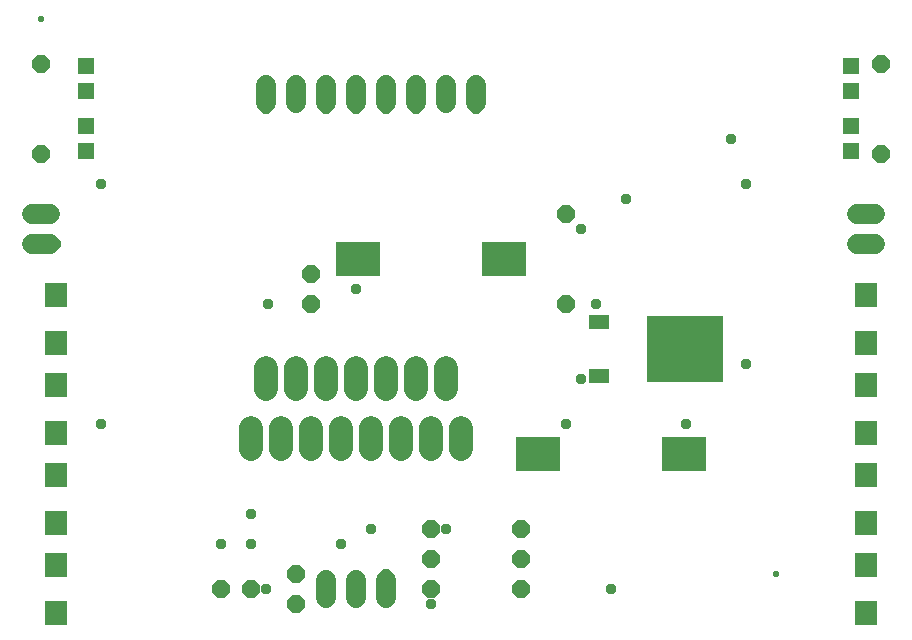
<source format=gbr>
G04 EAGLE Gerber RS-274X export*
G75*
%MOMM*%
%FSLAX34Y34*%
%LPD*%
%INSoldermask Top*%
%IPPOS*%
%AMOC8*
5,1,8,0,0,1.08239X$1,22.5*%
G01*
%ADD10C,0.553200*%
%ADD11P,1.649562X8X112.500000*%
%ADD12C,1.727200*%
%ADD13R,1.903200X2.003200*%
%ADD14C,2.003200*%
%ADD15R,6.403200X5.603200*%
%ADD16R,1.803200X1.203200*%
%ADD17R,1.403200X1.403200*%
%ADD18R,3.703200X3.003200*%
%ADD19P,1.649562X8X22.500000*%
%ADD20P,1.649562X8X202.500000*%
%ADD21C,0.959600*%


D10*
X25400Y546100D03*
X647700Y76200D03*
D11*
X241300Y50800D03*
X241300Y76200D03*
X254000Y304800D03*
X254000Y330200D03*
D12*
X215900Y474980D02*
X215900Y490220D01*
X241300Y490220D02*
X241300Y474980D01*
X393700Y474980D02*
X393700Y490220D01*
X368300Y490220D02*
X368300Y474980D01*
D13*
X723900Y271600D03*
X723900Y312600D03*
X723900Y195400D03*
X723900Y236400D03*
X723900Y119200D03*
X723900Y160200D03*
X723900Y43000D03*
X723900Y84000D03*
D12*
X266700Y474980D02*
X266700Y490220D01*
X292100Y490220D02*
X292100Y474980D01*
X317500Y474980D02*
X317500Y490220D01*
X342900Y490220D02*
X342900Y474980D01*
D11*
X469900Y304800D03*
X469900Y381000D03*
D14*
X292100Y250300D02*
X292100Y232300D01*
X304800Y199500D02*
X304800Y181500D01*
X317500Y232300D02*
X317500Y250300D01*
X330200Y199500D02*
X330200Y181500D01*
X342900Y232300D02*
X342900Y250300D01*
X355600Y199500D02*
X355600Y181500D01*
X279400Y181500D02*
X279400Y199500D01*
X266700Y232300D02*
X266700Y250300D01*
X254000Y199500D02*
X254000Y181500D01*
X241300Y232300D02*
X241300Y250300D01*
X228600Y199500D02*
X228600Y181500D01*
X368300Y232300D02*
X368300Y250300D01*
X381000Y199500D02*
X381000Y181500D01*
X215900Y232300D02*
X215900Y250300D01*
X203200Y199500D02*
X203200Y181500D01*
D15*
X571100Y266700D03*
D16*
X498100Y289500D03*
X498100Y243900D03*
D17*
X63500Y455000D03*
X63500Y434000D03*
X63500Y505800D03*
X63500Y484800D03*
X711200Y455000D03*
X711200Y434000D03*
X711200Y505800D03*
X711200Y484800D03*
D12*
X33020Y381000D02*
X17780Y381000D01*
X17780Y355600D02*
X33020Y355600D01*
X716280Y355600D02*
X731520Y355600D01*
X731520Y381000D02*
X716280Y381000D01*
D11*
X25400Y431800D03*
X25400Y508000D03*
X736600Y431800D03*
X736600Y508000D03*
D18*
X417600Y342900D03*
X293600Y342900D03*
X446000Y177800D03*
X570000Y177800D03*
D19*
X177800Y63500D03*
X203200Y63500D03*
D20*
X431800Y63500D03*
X355600Y63500D03*
D12*
X266700Y55880D02*
X266700Y71120D01*
X292100Y71120D02*
X292100Y55880D01*
X317500Y55880D02*
X317500Y71120D01*
D19*
X355600Y88900D03*
X431800Y88900D03*
X355600Y114300D03*
X431800Y114300D03*
D13*
X38100Y271600D03*
X38100Y312600D03*
X38100Y195400D03*
X38100Y236400D03*
X38100Y119200D03*
X38100Y160200D03*
X38100Y43000D03*
X38100Y84000D03*
D21*
X292100Y254000D03*
X292100Y317500D03*
X571500Y203200D03*
X622300Y254000D03*
X622300Y406400D03*
X177800Y101600D03*
X508000Y63500D03*
X520700Y393700D03*
X609600Y444500D03*
X317500Y76200D03*
X217830Y304800D03*
X266700Y469900D03*
X254000Y203200D03*
X292100Y469900D03*
X279400Y203200D03*
X317500Y469900D03*
X317500Y254000D03*
X342900Y469900D03*
X342900Y254000D03*
X279400Y101600D03*
X203200Y101600D03*
X203200Y127000D03*
X203200Y177800D03*
X368300Y114300D03*
X381000Y177800D03*
X76200Y406400D03*
X38100Y355600D03*
X76200Y203200D03*
X495300Y304800D03*
X482600Y368300D03*
X304800Y114300D03*
X469900Y203200D03*
X482600Y241300D03*
X215900Y63500D03*
X355600Y50800D03*
X215900Y469900D03*
X266700Y254000D03*
X393700Y469900D03*
M02*

</source>
